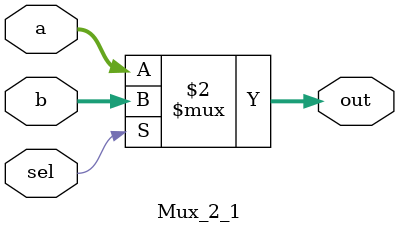
<source format=v>
module Mux_2_1(a, b, sel, out);
    parameter WIDTH=8;
    
    input [WIDTH-1:0] a,b;
    input sel;
    output [WIDTH-1:0] out;

    assign out = sel==0? a:b;
    
endmodule 
</source>
